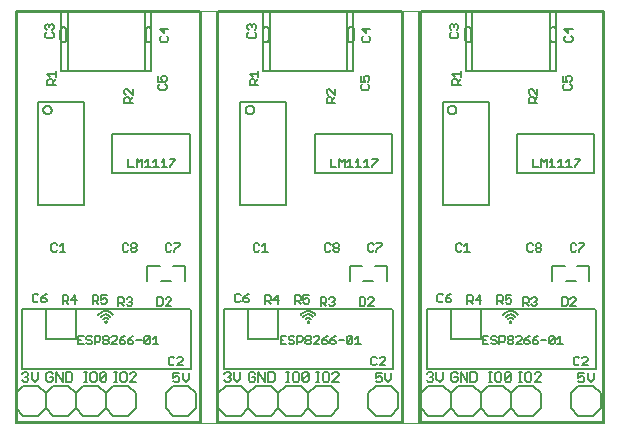
<source format=gto>
G75*
G70*
%OFA0B0*%
%FSLAX25Y25*%
%IPPOS*%
%LPD*%
%AMOC8*
5,1,8,0,0,1.08239X$1,22.5*
%
%ADD84C,0.00800*%
X0010000Y0010000D02*
G75*
%LPD*%
D84*
X0010000Y0010000D02*
X0010000Y0147460D01*
X0071200Y0147460D01*
X0071200Y0010000D01*
X0010000Y0010000D01*
X0024840Y0138050D02*
X0024840Y0141200D01*
X0024850Y0141200D02*
X0024860Y0141370D01*
X0024910Y0141540D01*
X0024980Y0141690D01*
X0025080Y0141830D01*
X0025200Y0141950D01*
X0025340Y0142050D01*
X0025490Y0142120D01*
X0025660Y0142170D01*
X0025830Y0142180D01*
X0026000Y0142170D01*
X0026170Y0142120D01*
X0026320Y0142050D01*
X0026460Y0141950D01*
X0026580Y0141830D01*
X0026680Y0141690D01*
X0026750Y0141540D01*
X0026800Y0141370D01*
X0026810Y0141200D01*
X0026810Y0138050D01*
X0025830Y0137070D02*
X0025660Y0137080D01*
X0025490Y0137130D01*
X0025340Y0137200D01*
X0025200Y0137300D01*
X0025080Y0137420D01*
X0024980Y0137560D01*
X0024910Y0137710D01*
X0024860Y0137880D01*
X0024850Y0138050D01*
X0025830Y0137070D02*
X0026000Y0137080D01*
X0026170Y0137130D01*
X0026320Y0137200D01*
X0026460Y0137300D01*
X0026580Y0137420D01*
X0026680Y0137560D01*
X0026750Y0137710D01*
X0026800Y0137880D01*
X0026810Y0138050D01*
X0053190Y0138050D02*
X0053190Y0141200D01*
X0053200Y0141370D01*
X0053250Y0141540D01*
X0053320Y0141690D01*
X0053420Y0141830D01*
X0053540Y0141950D01*
X0053680Y0142050D01*
X0053830Y0142120D01*
X0054000Y0142170D01*
X0054170Y0142180D01*
X0054340Y0142170D01*
X0054510Y0142120D01*
X0054660Y0142050D01*
X0054800Y0141950D01*
X0054920Y0141830D01*
X0055020Y0141690D01*
X0055090Y0141540D01*
X0055140Y0141370D01*
X0055150Y0141200D01*
X0055160Y0141200D02*
X0055160Y0138050D01*
X0054170Y0137070D02*
X0054000Y0137080D01*
X0053830Y0137130D01*
X0053680Y0137200D01*
X0053540Y0137300D01*
X0053420Y0137420D01*
X0053320Y0137560D01*
X0053250Y0137710D01*
X0053200Y0137880D01*
X0053190Y0138050D01*
X0054170Y0137070D02*
X0054340Y0137080D01*
X0054510Y0137130D01*
X0054660Y0137200D01*
X0054800Y0137300D01*
X0054920Y0137420D01*
X0055020Y0137560D01*
X0055090Y0137710D01*
X0055140Y0137880D01*
X0055150Y0138050D01*
D84*
X0049620Y0027100D02*
X0048560Y0027100D01*
X0048020Y0026570D01*
X0046930Y0026570D02*
X0046930Y0024430D01*
X0046400Y0023900D01*
X0045330Y0023900D01*
X0044800Y0024430D01*
X0044800Y0026570D01*
X0045330Y0027100D01*
X0046400Y0027100D01*
X0046930Y0026570D01*
X0048020Y0023900D02*
X0050160Y0026040D01*
X0050160Y0026570D01*
X0049620Y0027100D01*
X0050160Y0023900D02*
X0048020Y0023900D01*
X0043720Y0023900D02*
X0042650Y0023900D01*
X0043180Y0023900D02*
X0043180Y0027100D01*
X0042650Y0027100D02*
X0043720Y0027100D01*
X0040160Y0026570D02*
X0040160Y0024430D01*
X0039620Y0023900D01*
X0038560Y0023900D01*
X0038020Y0024430D01*
X0040160Y0026570D01*
X0039620Y0027100D01*
X0038560Y0027100D01*
X0038020Y0026570D01*
X0038020Y0024430D01*
X0036930Y0024430D02*
X0036930Y0026570D01*
X0036400Y0027100D01*
X0035330Y0027100D01*
X0034800Y0026570D01*
X0034800Y0024430D01*
X0035330Y0023900D01*
X0036400Y0023900D01*
X0036930Y0024430D01*
X0033720Y0023900D02*
X0032650Y0023900D01*
X0033180Y0023900D02*
X0033180Y0027100D01*
X0032650Y0027100D02*
X0033720Y0027100D01*
X0028730Y0026570D02*
X0028730Y0024430D01*
X0028200Y0023900D01*
X0026600Y0023900D01*
X0026600Y0027100D01*
X0028200Y0027100D01*
X0028730Y0026570D01*
X0025510Y0027100D02*
X0025510Y0023900D01*
X0023370Y0027100D01*
X0023370Y0023900D01*
X0022290Y0024430D02*
X0022290Y0025500D01*
X0021220Y0025500D01*
X0022290Y0024430D02*
X0021750Y0023900D01*
X0020680Y0023900D01*
X0020150Y0024430D01*
X0020150Y0026570D01*
X0020680Y0027100D01*
X0021750Y0027100D01*
X0022290Y0026570D01*
X0017380Y0027100D02*
X0017380Y0024970D01*
X0016320Y0023900D01*
X0015250Y0024970D01*
X0015250Y0027100D01*
X0014160Y0026570D02*
X0014160Y0026040D01*
X0013630Y0025500D01*
X0014160Y0024970D01*
X0014160Y0024430D01*
X0013630Y0023900D01*
X0012560Y0023900D01*
X0012030Y0024430D01*
X0013090Y0025500D02*
X0013630Y0025500D01*
X0014160Y0026570D02*
X0013630Y0027100D01*
X0012560Y0027100D01*
X0012030Y0026570D01*
D84*
X0016040Y0050350D02*
X0016980Y0050350D01*
X0017440Y0050820D01*
X0018340Y0050820D02*
X0018340Y0051750D01*
X0019740Y0051750D01*
X0020210Y0051280D01*
X0020210Y0050820D01*
X0019740Y0050350D01*
X0018800Y0050350D01*
X0018340Y0050820D01*
X0018340Y0051750D02*
X0019270Y0052690D01*
X0020210Y0053150D01*
X0017440Y0052690D02*
X0016980Y0053150D01*
X0016040Y0053150D01*
X0015580Y0052690D01*
X0015580Y0050820D01*
X0016040Y0050350D01*
X0022290Y0067230D02*
X0023230Y0067230D01*
X0023690Y0067690D01*
X0024590Y0067230D02*
X0026460Y0067230D01*
X0025520Y0067230D02*
X0025520Y0070030D01*
X0024590Y0069090D01*
X0023690Y0069560D02*
X0023230Y0070030D01*
X0022290Y0070030D01*
X0021830Y0069560D01*
X0021830Y0067690D01*
X0022290Y0067230D01*
X0025580Y0052650D02*
X0026980Y0052650D01*
X0027440Y0052190D01*
X0027440Y0051250D01*
X0026980Y0050780D01*
X0025580Y0050780D01*
X0026510Y0050780D02*
X0027440Y0049850D01*
X0028340Y0051250D02*
X0030210Y0051250D01*
X0029740Y0049850D02*
X0029740Y0052650D01*
X0028340Y0051250D01*
X0025580Y0049850D02*
X0025580Y0052650D01*
X0030730Y0039150D02*
X0030730Y0036350D01*
X0032590Y0036350D01*
X0033490Y0036820D02*
X0033950Y0036350D01*
X0034890Y0036350D01*
X0035360Y0036820D01*
X0035360Y0037280D01*
X0034890Y0037750D01*
X0033950Y0037750D01*
X0033490Y0038220D01*
X0033490Y0038690D01*
X0033950Y0039150D01*
X0034890Y0039150D01*
X0035360Y0038690D01*
X0036250Y0039150D02*
X0037650Y0039150D01*
X0038120Y0038690D01*
X0038120Y0037750D01*
X0037650Y0037280D01*
X0036250Y0037280D01*
X0036250Y0036350D02*
X0036250Y0039150D01*
X0039010Y0038690D02*
X0039010Y0038220D01*
X0039480Y0037750D01*
X0040410Y0037750D01*
X0040880Y0037280D01*
X0040880Y0036820D01*
X0040410Y0036350D01*
X0039480Y0036350D01*
X0039010Y0036820D01*
X0039010Y0037280D01*
X0039480Y0037750D01*
X0040410Y0037750D02*
X0040880Y0038220D01*
X0040880Y0038690D01*
X0040410Y0039150D01*
X0039480Y0039150D01*
X0039010Y0038690D01*
X0041770Y0038690D02*
X0042240Y0039150D01*
X0043180Y0039150D01*
X0043640Y0038690D01*
X0043640Y0038220D01*
X0041770Y0036350D01*
X0043640Y0036350D01*
X0044540Y0036820D02*
X0044540Y0037750D01*
X0045940Y0037750D01*
X0046410Y0037280D01*
X0046410Y0036820D01*
X0045940Y0036350D01*
X0045000Y0036350D01*
X0044540Y0036820D01*
X0044540Y0037750D02*
X0045470Y0038690D01*
X0046410Y0039150D01*
X0047300Y0037750D02*
X0048700Y0037750D01*
X0049170Y0037280D01*
X0049170Y0036820D01*
X0048700Y0036350D01*
X0047770Y0036350D01*
X0047300Y0036820D01*
X0047300Y0037750D01*
X0048230Y0038690D01*
X0049170Y0039150D01*
X0050060Y0037750D02*
X0051930Y0037750D01*
X0052820Y0036820D02*
X0054690Y0038690D01*
X0054690Y0036820D01*
X0054230Y0036350D01*
X0053290Y0036350D01*
X0052820Y0036820D01*
X0052820Y0038690D01*
X0053290Y0039150D01*
X0054230Y0039150D01*
X0054690Y0038690D01*
X0055590Y0038220D02*
X0056520Y0039150D01*
X0056520Y0036350D01*
X0055590Y0036350D02*
X0057450Y0036350D01*
X0061440Y0032150D02*
X0060980Y0031690D01*
X0060980Y0029820D01*
X0061440Y0029350D01*
X0062380Y0029350D01*
X0062840Y0029820D01*
X0063740Y0029350D02*
X0065610Y0031220D01*
X0065610Y0031690D01*
X0065140Y0032150D01*
X0064200Y0032150D01*
X0063740Y0031690D01*
X0062840Y0031690D02*
X0062380Y0032150D01*
X0061440Y0032150D01*
X0063740Y0029350D02*
X0065610Y0029350D01*
X0061730Y0049230D02*
X0059860Y0049230D01*
X0061730Y0051090D01*
X0061730Y0051560D01*
X0061260Y0052030D01*
X0060330Y0052030D01*
X0059860Y0051560D01*
X0058970Y0051560D02*
X0058970Y0049690D01*
X0058500Y0049230D01*
X0057100Y0049230D01*
X0057100Y0052030D01*
X0058500Y0052030D01*
X0058970Y0051560D01*
X0060420Y0067230D02*
X0061350Y0067230D01*
X0061820Y0067690D01*
X0062710Y0067690D02*
X0062710Y0067230D01*
X0062710Y0067690D02*
X0064580Y0069560D01*
X0064580Y0070030D01*
X0062710Y0070030D01*
X0061820Y0069560D02*
X0061350Y0070030D01*
X0060420Y0070030D01*
X0059950Y0069560D01*
X0059950Y0067690D01*
X0060420Y0067230D01*
X0050210Y0067690D02*
X0049740Y0067230D01*
X0048800Y0067230D01*
X0048340Y0067690D01*
X0048340Y0068160D01*
X0048800Y0068630D01*
X0049740Y0068630D01*
X0050210Y0068160D01*
X0050210Y0067690D01*
X0049740Y0068630D02*
X0050210Y0069090D01*
X0050210Y0069560D01*
X0049740Y0070030D01*
X0048800Y0070030D01*
X0048340Y0069560D01*
X0048340Y0069090D01*
X0048800Y0068630D01*
X0047440Y0069560D02*
X0046980Y0070030D01*
X0046040Y0070030D01*
X0045580Y0069560D01*
X0045580Y0067690D01*
X0046040Y0067230D01*
X0046980Y0067230D01*
X0047440Y0067690D01*
X0047330Y0052030D02*
X0048260Y0052030D01*
X0048730Y0051560D01*
X0048730Y0051090D01*
X0048260Y0050630D01*
X0048730Y0050160D01*
X0048730Y0049690D01*
X0048260Y0049230D01*
X0047330Y0049230D01*
X0046860Y0049690D01*
X0045970Y0049230D02*
X0045030Y0050160D01*
X0045500Y0050160D02*
X0045970Y0050630D01*
X0045970Y0051560D01*
X0045500Y0052030D01*
X0044100Y0052030D01*
X0044100Y0049230D01*
X0044100Y0050160D02*
X0045500Y0050160D01*
X0046860Y0051560D02*
X0047330Y0052030D01*
X0047800Y0050630D02*
X0048260Y0050630D01*
X0040210Y0050320D02*
X0039740Y0049850D01*
X0038800Y0049850D01*
X0038340Y0050320D01*
X0038340Y0051250D02*
X0039270Y0051720D01*
X0039740Y0051720D01*
X0040210Y0051250D01*
X0040210Y0050320D01*
X0040210Y0052650D02*
X0038340Y0052650D01*
X0038340Y0051250D01*
X0037440Y0051250D02*
X0037440Y0052190D01*
X0036980Y0052650D01*
X0035580Y0052650D01*
X0035580Y0049850D01*
X0035580Y0050780D02*
X0036980Y0050780D01*
X0037440Y0051250D01*
X0036510Y0050780D02*
X0037440Y0049850D01*
X0032590Y0039150D02*
X0030730Y0039150D01*
X0030730Y0037750D02*
X0031660Y0037750D01*
X0047480Y0095350D02*
X0049340Y0095350D01*
X0050240Y0095350D02*
X0050240Y0098150D01*
X0051170Y0097220D01*
X0052110Y0098150D01*
X0052110Y0095350D01*
X0053000Y0095350D02*
X0054870Y0095350D01*
X0055760Y0095350D02*
X0057630Y0095350D01*
X0058520Y0095350D02*
X0060390Y0095350D01*
X0061290Y0095350D02*
X0061290Y0095820D01*
X0063160Y0097690D01*
X0063160Y0098150D01*
X0061290Y0098150D01*
X0059460Y0098150D02*
X0059460Y0095350D01*
X0058520Y0097220D02*
X0059460Y0098150D01*
X0056700Y0098150D02*
X0056700Y0095350D01*
X0055760Y0097220D02*
X0056700Y0098150D01*
X0053930Y0098150D02*
X0053930Y0095350D01*
X0053000Y0097220D02*
X0053930Y0098150D01*
X0047480Y0098150D02*
X0047480Y0095350D01*
X0047970Y0116830D02*
X0047970Y0118230D01*
X0047500Y0118690D01*
X0046560Y0118690D01*
X0046100Y0118230D01*
X0046100Y0116830D01*
X0048900Y0116830D01*
X0047970Y0117760D02*
X0048900Y0118690D01*
X0048900Y0119590D02*
X0047030Y0121460D01*
X0046560Y0121460D01*
X0046100Y0120990D01*
X0046100Y0120050D01*
X0046560Y0119590D01*
X0048900Y0119590D02*
X0048900Y0121460D01*
X0057470Y0121670D02*
X0057940Y0121200D01*
X0059810Y0121200D01*
X0060280Y0121670D01*
X0060280Y0122600D01*
X0059810Y0123070D01*
X0059810Y0123960D02*
X0060280Y0124430D01*
X0060280Y0125360D01*
X0059810Y0125830D01*
X0058870Y0125830D01*
X0058410Y0125360D01*
X0058410Y0124900D01*
X0058870Y0123960D01*
X0057470Y0123960D01*
X0057470Y0125830D01*
X0057940Y0123070D02*
X0057470Y0122600D01*
X0057470Y0121670D01*
X0058310Y0137230D02*
X0060180Y0137230D01*
X0060650Y0137690D01*
X0060650Y0138630D01*
X0060180Y0139090D01*
X0059250Y0139990D02*
X0059250Y0141860D01*
X0060650Y0141390D02*
X0057850Y0141390D01*
X0059250Y0139990D01*
X0058310Y0139090D02*
X0057850Y0138630D01*
X0057850Y0137690D01*
X0058310Y0137230D01*
X0023280Y0127480D02*
X0023280Y0125610D01*
X0023280Y0124720D02*
X0022340Y0123780D01*
X0022340Y0124250D02*
X0022340Y0122850D01*
X0023280Y0122850D02*
X0020470Y0122850D01*
X0020470Y0124250D01*
X0020940Y0124720D01*
X0021870Y0124720D01*
X0022340Y0124250D01*
X0021410Y0125610D02*
X0020470Y0126550D01*
X0023280Y0126550D01*
X0022060Y0138480D02*
X0020190Y0138480D01*
X0019720Y0138940D01*
X0019720Y0139880D01*
X0020190Y0140340D01*
X0020190Y0141240D02*
X0019720Y0141700D01*
X0019720Y0142640D01*
X0020190Y0143110D01*
X0020660Y0143110D01*
X0021120Y0142640D01*
X0021590Y0143110D01*
X0022060Y0143110D01*
X0022530Y0142640D01*
X0022530Y0141700D01*
X0022060Y0141240D01*
X0022060Y0140340D02*
X0022530Y0139880D01*
X0022530Y0138940D01*
X0022060Y0138480D01*
X0021120Y0142170D02*
X0021120Y0142640D01*
D84*
X0017300Y0117050D02*
X0032700Y0117050D01*
X0032700Y0082950D01*
X0017300Y0082950D01*
X0017300Y0117050D01*
X0019090Y0114500D02*
X0019110Y0114730D01*
X0019170Y0114960D01*
X0019260Y0115170D01*
X0019390Y0115370D01*
X0019550Y0115540D01*
X0019730Y0115680D01*
X0019930Y0115790D01*
X0020150Y0115870D01*
X0020380Y0115910D01*
X0020620Y0115910D01*
X0020850Y0115870D01*
X0021070Y0115790D01*
X0021270Y0115680D01*
X0021450Y0115540D01*
X0021610Y0115370D01*
X0021740Y0115170D01*
X0021830Y0114960D01*
X0021890Y0114730D01*
X0021910Y0114500D01*
X0021890Y0114270D01*
X0021830Y0114040D01*
X0021740Y0113830D01*
X0021610Y0113630D01*
X0021450Y0113460D01*
X0021270Y0113320D01*
X0021070Y0113210D01*
X0020850Y0113130D01*
X0020620Y0113090D01*
X0020380Y0113090D01*
X0020150Y0113130D01*
X0019930Y0113210D01*
X0019730Y0113320D01*
X0019550Y0113460D01*
X0019390Y0113630D01*
X0019260Y0113830D01*
X0019170Y0114040D01*
X0019110Y0114270D01*
X0019090Y0114500D01*
X0042100Y0106500D02*
X0042100Y0093500D01*
X0067900Y0093500D01*
X0067900Y0106500D01*
X0042100Y0106500D01*
D84*
X0052990Y0127420D02*
X0052990Y0147460D01*
X0052990Y0147500D02*
X0054960Y0147460D02*
X0054960Y0127420D01*
X0052990Y0127420D01*
X0027200Y0127420D01*
X0027200Y0147460D01*
X0027200Y0147500D02*
X0025040Y0147460D02*
X0025040Y0127420D01*
X0027200Y0127420D01*
X0030000Y0048130D02*
X0020000Y0048130D01*
X0020000Y0038130D01*
X0030000Y0038130D01*
X0030000Y0048130D01*
X0068000Y0048130D01*
X0068350Y0047960D02*
X0068350Y0028190D01*
X0012050Y0028190D01*
X0012050Y0047960D01*
X0012000Y0048130D02*
X0020000Y0048130D01*
X0037500Y0046230D02*
X0037700Y0046480D01*
X0037940Y0046720D01*
X0038190Y0046930D01*
X0038470Y0047100D01*
X0038770Y0047250D01*
X0039080Y0047350D01*
X0039410Y0047430D01*
X0039730Y0047470D01*
X0040070Y0047470D01*
X0040390Y0047430D01*
X0040720Y0047350D01*
X0041030Y0047250D01*
X0041330Y0047100D01*
X0041610Y0046930D01*
X0041860Y0046720D01*
X0042100Y0046480D01*
X0042300Y0046230D01*
X0041500Y0045530D02*
X0041330Y0045740D01*
X0041140Y0045920D01*
X0040920Y0046070D01*
X0040680Y0046200D01*
X0040430Y0046290D01*
X0040170Y0046340D01*
X0039900Y0046360D01*
X0039630Y0046340D01*
X0039370Y0046290D01*
X0039120Y0046200D01*
X0038880Y0046070D01*
X0038660Y0045920D01*
X0038470Y0045740D01*
X0038300Y0045530D01*
X0039100Y0044820D02*
X0039220Y0044960D01*
X0039360Y0045070D01*
X0039510Y0045160D01*
X0039680Y0045220D01*
X0039860Y0045260D01*
X0040040Y0045260D01*
X0040220Y0045220D01*
X0040390Y0045160D01*
X0040540Y0045070D01*
X0040680Y0044960D01*
X0040800Y0044820D01*
X0039780Y0043830D02*
X0039800Y0043920D01*
X0039850Y0043990D01*
X0039930Y0044040D01*
X0040020Y0044050D01*
X0040110Y0044020D01*
X0040180Y0043960D01*
X0040220Y0043880D01*
X0040220Y0043780D01*
X0040180Y0043700D01*
X0040110Y0043640D01*
X0040020Y0043610D01*
X0039930Y0043620D01*
X0039850Y0043670D01*
X0039800Y0043740D01*
X0039780Y0043830D01*
D84*
X0037500Y0022500D02*
X0032500Y0022500D01*
X0030000Y0020000D01*
X0030000Y0015000D01*
X0027500Y0012500D01*
X0022500Y0012500D01*
X0020000Y0015000D01*
X0017500Y0012500D01*
X0012500Y0012500D01*
X0010000Y0015000D01*
X0010000Y0020000D01*
X0012500Y0022500D01*
X0017500Y0022500D01*
X0020000Y0020000D01*
X0022500Y0022500D01*
X0027500Y0022500D01*
X0030000Y0020000D01*
X0030000Y0015000D02*
X0032500Y0012500D01*
X0037500Y0012500D01*
X0040000Y0015000D01*
X0042500Y0012500D01*
X0047500Y0012500D01*
X0050000Y0015000D01*
X0050000Y0020000D01*
X0047500Y0022500D01*
X0042500Y0022500D01*
X0040000Y0020000D01*
X0040000Y0015000D01*
X0040000Y0020000D02*
X0037500Y0022500D01*
X0020000Y0020000D02*
X0020000Y0015000D01*
X0053810Y0057430D02*
X0053810Y0062600D01*
X0057980Y0062600D01*
X0058280Y0057400D02*
X0061660Y0057400D01*
X0062220Y0062600D02*
X0066190Y0062600D01*
X0066190Y0057430D01*
X0067500Y0022500D02*
X0062500Y0022500D01*
X0060000Y0020000D01*
X0060000Y0015000D01*
X0062500Y0012500D01*
X0067500Y0012500D01*
X0070000Y0015000D01*
X0070000Y0020000D01*
X0067500Y0022500D01*
D84*
X0066660Y0023650D02*
X0067690Y0024680D01*
X0067690Y0026750D01*
X0065620Y0024680D02*
X0066660Y0023650D01*
X0065620Y0024680D02*
X0065620Y0026750D01*
X0064470Y0026750D02*
X0062400Y0026750D01*
X0062400Y0025200D01*
X0063430Y0025720D01*
X0063950Y0025720D01*
X0064470Y0025200D01*
X0064470Y0024170D01*
X0063950Y0023650D01*
X0062920Y0023650D01*
X0062400Y0024170D01*
D84*
X0010400Y0010400D02*
X0010400Y0147060D01*
X0010400Y0147060D02*
X0071600Y0147060D01*
X0071600Y0147060D02*
X0071600Y0010400D01*
X0010400Y0010400D01*
X0077450Y0010000D02*
G75*
%LPD*%
D84*
X0077450Y0010000D02*
X0077450Y0147460D01*
X0138650Y0147460D01*
X0138650Y0010000D01*
X0077450Y0010000D01*
X0092290Y0138050D02*
X0092290Y0141200D01*
X0092300Y0141200D02*
X0092310Y0141370D01*
X0092360Y0141540D01*
X0092430Y0141690D01*
X0092530Y0141830D01*
X0092650Y0141950D01*
X0092790Y0142050D01*
X0092940Y0142120D01*
X0093110Y0142170D01*
X0093280Y0142180D01*
X0093450Y0142170D01*
X0093620Y0142120D01*
X0093770Y0142050D01*
X0093910Y0141950D01*
X0094030Y0141830D01*
X0094130Y0141690D01*
X0094200Y0141540D01*
X0094250Y0141370D01*
X0094260Y0141200D01*
X0094260Y0138050D01*
X0093280Y0137070D02*
X0093110Y0137080D01*
X0092940Y0137130D01*
X0092790Y0137200D01*
X0092650Y0137300D01*
X0092530Y0137420D01*
X0092430Y0137560D01*
X0092360Y0137710D01*
X0092310Y0137880D01*
X0092300Y0138050D01*
X0093280Y0137070D02*
X0093450Y0137080D01*
X0093620Y0137130D01*
X0093770Y0137200D01*
X0093910Y0137300D01*
X0094030Y0137420D01*
X0094130Y0137560D01*
X0094200Y0137710D01*
X0094250Y0137880D01*
X0094260Y0138050D01*
X0120640Y0138050D02*
X0120640Y0141200D01*
X0120650Y0141370D01*
X0120700Y0141540D01*
X0120770Y0141690D01*
X0120870Y0141830D01*
X0120990Y0141950D01*
X0121130Y0142050D01*
X0121280Y0142120D01*
X0121450Y0142170D01*
X0121620Y0142180D01*
X0121790Y0142170D01*
X0121960Y0142120D01*
X0122110Y0142050D01*
X0122250Y0141950D01*
X0122370Y0141830D01*
X0122470Y0141690D01*
X0122540Y0141540D01*
X0122590Y0141370D01*
X0122600Y0141200D01*
X0122610Y0141200D02*
X0122610Y0138050D01*
X0121620Y0137070D02*
X0121450Y0137080D01*
X0121280Y0137130D01*
X0121130Y0137200D01*
X0120990Y0137300D01*
X0120870Y0137420D01*
X0120770Y0137560D01*
X0120700Y0137710D01*
X0120650Y0137880D01*
X0120640Y0138050D01*
X0121620Y0137070D02*
X0121790Y0137080D01*
X0121960Y0137130D01*
X0122110Y0137200D01*
X0122250Y0137300D01*
X0122370Y0137420D01*
X0122470Y0137560D01*
X0122540Y0137710D01*
X0122590Y0137880D01*
X0122600Y0138050D01*
D84*
X0117070Y0027100D02*
X0116010Y0027100D01*
X0115470Y0026570D01*
X0114380Y0026570D02*
X0114380Y0024430D01*
X0113850Y0023900D01*
X0112780Y0023900D01*
X0112250Y0024430D01*
X0112250Y0026570D01*
X0112780Y0027100D01*
X0113850Y0027100D01*
X0114380Y0026570D01*
X0115470Y0023900D02*
X0117610Y0026040D01*
X0117610Y0026570D01*
X0117070Y0027100D01*
X0117610Y0023900D02*
X0115470Y0023900D01*
X0111170Y0023900D02*
X0110100Y0023900D01*
X0110630Y0023900D02*
X0110630Y0027100D01*
X0110100Y0027100D02*
X0111170Y0027100D01*
X0107610Y0026570D02*
X0107610Y0024430D01*
X0107070Y0023900D01*
X0106010Y0023900D01*
X0105470Y0024430D01*
X0107610Y0026570D01*
X0107070Y0027100D01*
X0106010Y0027100D01*
X0105470Y0026570D01*
X0105470Y0024430D01*
X0104380Y0024430D02*
X0104380Y0026570D01*
X0103850Y0027100D01*
X0102780Y0027100D01*
X0102250Y0026570D01*
X0102250Y0024430D01*
X0102780Y0023900D01*
X0103850Y0023900D01*
X0104380Y0024430D01*
X0101170Y0023900D02*
X0100100Y0023900D01*
X0100630Y0023900D02*
X0100630Y0027100D01*
X0100100Y0027100D02*
X0101170Y0027100D01*
X0096180Y0026570D02*
X0096180Y0024430D01*
X0095650Y0023900D01*
X0094050Y0023900D01*
X0094050Y0027100D01*
X0095650Y0027100D01*
X0096180Y0026570D01*
X0092960Y0027100D02*
X0092960Y0023900D01*
X0090820Y0027100D01*
X0090820Y0023900D01*
X0089740Y0024430D02*
X0089740Y0025500D01*
X0088670Y0025500D01*
X0089740Y0024430D02*
X0089200Y0023900D01*
X0088130Y0023900D01*
X0087600Y0024430D01*
X0087600Y0026570D01*
X0088130Y0027100D01*
X0089200Y0027100D01*
X0089740Y0026570D01*
X0084830Y0027100D02*
X0084830Y0024970D01*
X0083770Y0023900D01*
X0082700Y0024970D01*
X0082700Y0027100D01*
X0081610Y0026570D02*
X0081610Y0026040D01*
X0081080Y0025500D01*
X0081610Y0024970D01*
X0081610Y0024430D01*
X0081080Y0023900D01*
X0080010Y0023900D01*
X0079480Y0024430D01*
X0080540Y0025500D02*
X0081080Y0025500D01*
X0081610Y0026570D02*
X0081080Y0027100D01*
X0080010Y0027100D01*
X0079480Y0026570D01*
D84*
X0083490Y0050350D02*
X0084430Y0050350D01*
X0084890Y0050820D01*
X0085790Y0050820D02*
X0085790Y0051750D01*
X0087190Y0051750D01*
X0087660Y0051280D01*
X0087660Y0050820D01*
X0087190Y0050350D01*
X0086250Y0050350D01*
X0085790Y0050820D01*
X0085790Y0051750D02*
X0086720Y0052690D01*
X0087660Y0053150D01*
X0084890Y0052690D02*
X0084430Y0053150D01*
X0083490Y0053150D01*
X0083030Y0052690D01*
X0083030Y0050820D01*
X0083490Y0050350D01*
X0089740Y0067230D02*
X0090680Y0067230D01*
X0091140Y0067690D01*
X0092040Y0067230D02*
X0093910Y0067230D01*
X0092970Y0067230D02*
X0092970Y0070030D01*
X0092040Y0069090D01*
X0091140Y0069560D02*
X0090680Y0070030D01*
X0089740Y0070030D01*
X0089280Y0069560D01*
X0089280Y0067690D01*
X0089740Y0067230D01*
X0093030Y0052650D02*
X0094430Y0052650D01*
X0094890Y0052190D01*
X0094890Y0051250D01*
X0094430Y0050780D01*
X0093030Y0050780D01*
X0093960Y0050780D02*
X0094890Y0049850D01*
X0095790Y0051250D02*
X0097660Y0051250D01*
X0097190Y0049850D02*
X0097190Y0052650D01*
X0095790Y0051250D01*
X0093030Y0049850D02*
X0093030Y0052650D01*
X0098180Y0039150D02*
X0098180Y0036350D01*
X0100040Y0036350D01*
X0100940Y0036820D02*
X0101400Y0036350D01*
X0102340Y0036350D01*
X0102810Y0036820D01*
X0102810Y0037280D01*
X0102340Y0037750D01*
X0101400Y0037750D01*
X0100940Y0038220D01*
X0100940Y0038690D01*
X0101400Y0039150D01*
X0102340Y0039150D01*
X0102810Y0038690D01*
X0103700Y0039150D02*
X0105100Y0039150D01*
X0105570Y0038690D01*
X0105570Y0037750D01*
X0105100Y0037280D01*
X0103700Y0037280D01*
X0103700Y0036350D02*
X0103700Y0039150D01*
X0106460Y0038690D02*
X0106460Y0038220D01*
X0106930Y0037750D01*
X0107860Y0037750D01*
X0108330Y0037280D01*
X0108330Y0036820D01*
X0107860Y0036350D01*
X0106930Y0036350D01*
X0106460Y0036820D01*
X0106460Y0037280D01*
X0106930Y0037750D01*
X0107860Y0037750D02*
X0108330Y0038220D01*
X0108330Y0038690D01*
X0107860Y0039150D01*
X0106930Y0039150D01*
X0106460Y0038690D01*
X0109220Y0038690D02*
X0109690Y0039150D01*
X0110630Y0039150D01*
X0111090Y0038690D01*
X0111090Y0038220D01*
X0109220Y0036350D01*
X0111090Y0036350D01*
X0111990Y0036820D02*
X0111990Y0037750D01*
X0113390Y0037750D01*
X0113860Y0037280D01*
X0113860Y0036820D01*
X0113390Y0036350D01*
X0112450Y0036350D01*
X0111990Y0036820D01*
X0111990Y0037750D02*
X0112920Y0038690D01*
X0113860Y0039150D01*
X0114750Y0037750D02*
X0116150Y0037750D01*
X0116620Y0037280D01*
X0116620Y0036820D01*
X0116150Y0036350D01*
X0115220Y0036350D01*
X0114750Y0036820D01*
X0114750Y0037750D01*
X0115680Y0038690D01*
X0116620Y0039150D01*
X0117510Y0037750D02*
X0119380Y0037750D01*
X0120270Y0036820D02*
X0122140Y0038690D01*
X0122140Y0036820D01*
X0121680Y0036350D01*
X0120740Y0036350D01*
X0120270Y0036820D01*
X0120270Y0038690D01*
X0120740Y0039150D01*
X0121680Y0039150D01*
X0122140Y0038690D01*
X0123040Y0038220D02*
X0123970Y0039150D01*
X0123970Y0036350D01*
X0123040Y0036350D02*
X0124900Y0036350D01*
X0128890Y0032150D02*
X0128430Y0031690D01*
X0128430Y0029820D01*
X0128890Y0029350D01*
X0129830Y0029350D01*
X0130290Y0029820D01*
X0131190Y0029350D02*
X0133060Y0031220D01*
X0133060Y0031690D01*
X0132590Y0032150D01*
X0131650Y0032150D01*
X0131190Y0031690D01*
X0130290Y0031690D02*
X0129830Y0032150D01*
X0128890Y0032150D01*
X0131190Y0029350D02*
X0133060Y0029350D01*
X0129180Y0049230D02*
X0127310Y0049230D01*
X0129180Y0051090D01*
X0129180Y0051560D01*
X0128710Y0052030D01*
X0127780Y0052030D01*
X0127310Y0051560D01*
X0126420Y0051560D02*
X0126420Y0049690D01*
X0125950Y0049230D01*
X0124550Y0049230D01*
X0124550Y0052030D01*
X0125950Y0052030D01*
X0126420Y0051560D01*
X0127870Y0067230D02*
X0128800Y0067230D01*
X0129270Y0067690D01*
X0130160Y0067690D02*
X0130160Y0067230D01*
X0130160Y0067690D02*
X0132030Y0069560D01*
X0132030Y0070030D01*
X0130160Y0070030D01*
X0129270Y0069560D02*
X0128800Y0070030D01*
X0127870Y0070030D01*
X0127400Y0069560D01*
X0127400Y0067690D01*
X0127870Y0067230D01*
X0117660Y0067690D02*
X0117190Y0067230D01*
X0116250Y0067230D01*
X0115790Y0067690D01*
X0115790Y0068160D01*
X0116250Y0068630D01*
X0117190Y0068630D01*
X0117660Y0068160D01*
X0117660Y0067690D01*
X0117190Y0068630D02*
X0117660Y0069090D01*
X0117660Y0069560D01*
X0117190Y0070030D01*
X0116250Y0070030D01*
X0115790Y0069560D01*
X0115790Y0069090D01*
X0116250Y0068630D01*
X0114890Y0069560D02*
X0114430Y0070030D01*
X0113490Y0070030D01*
X0113030Y0069560D01*
X0113030Y0067690D01*
X0113490Y0067230D01*
X0114430Y0067230D01*
X0114890Y0067690D01*
X0114780Y0052030D02*
X0115710Y0052030D01*
X0116180Y0051560D01*
X0116180Y0051090D01*
X0115710Y0050630D01*
X0116180Y0050160D01*
X0116180Y0049690D01*
X0115710Y0049230D01*
X0114780Y0049230D01*
X0114310Y0049690D01*
X0113420Y0049230D02*
X0112480Y0050160D01*
X0112950Y0050160D02*
X0113420Y0050630D01*
X0113420Y0051560D01*
X0112950Y0052030D01*
X0111550Y0052030D01*
X0111550Y0049230D01*
X0111550Y0050160D02*
X0112950Y0050160D01*
X0114310Y0051560D02*
X0114780Y0052030D01*
X0115250Y0050630D02*
X0115710Y0050630D01*
X0107660Y0050320D02*
X0107190Y0049850D01*
X0106250Y0049850D01*
X0105790Y0050320D01*
X0105790Y0051250D02*
X0106720Y0051720D01*
X0107190Y0051720D01*
X0107660Y0051250D01*
X0107660Y0050320D01*
X0107660Y0052650D02*
X0105790Y0052650D01*
X0105790Y0051250D01*
X0104890Y0051250D02*
X0104890Y0052190D01*
X0104430Y0052650D01*
X0103030Y0052650D01*
X0103030Y0049850D01*
X0103030Y0050780D02*
X0104430Y0050780D01*
X0104890Y0051250D01*
X0103960Y0050780D02*
X0104890Y0049850D01*
X0100040Y0039150D02*
X0098180Y0039150D01*
X0098180Y0037750D02*
X0099110Y0037750D01*
X0114930Y0095350D02*
X0116790Y0095350D01*
X0117690Y0095350D02*
X0117690Y0098150D01*
X0118620Y0097220D01*
X0119560Y0098150D01*
X0119560Y0095350D01*
X0120450Y0095350D02*
X0122320Y0095350D01*
X0123210Y0095350D02*
X0125080Y0095350D01*
X0125970Y0095350D02*
X0127840Y0095350D01*
X0128740Y0095350D02*
X0128740Y0095820D01*
X0130610Y0097690D01*
X0130610Y0098150D01*
X0128740Y0098150D01*
X0126910Y0098150D02*
X0126910Y0095350D01*
X0125970Y0097220D02*
X0126910Y0098150D01*
X0124150Y0098150D02*
X0124150Y0095350D01*
X0123210Y0097220D02*
X0124150Y0098150D01*
X0121380Y0098150D02*
X0121380Y0095350D01*
X0120450Y0097220D02*
X0121380Y0098150D01*
X0114930Y0098150D02*
X0114930Y0095350D01*
X0115420Y0116830D02*
X0115420Y0118230D01*
X0114950Y0118690D01*
X0114010Y0118690D01*
X0113550Y0118230D01*
X0113550Y0116830D01*
X0116350Y0116830D01*
X0115420Y0117760D02*
X0116350Y0118690D01*
X0116350Y0119590D02*
X0114480Y0121460D01*
X0114010Y0121460D01*
X0113550Y0120990D01*
X0113550Y0120050D01*
X0114010Y0119590D01*
X0116350Y0119590D02*
X0116350Y0121460D01*
X0124920Y0121670D02*
X0125390Y0121200D01*
X0127260Y0121200D01*
X0127730Y0121670D01*
X0127730Y0122600D01*
X0127260Y0123070D01*
X0127260Y0123960D02*
X0127730Y0124430D01*
X0127730Y0125360D01*
X0127260Y0125830D01*
X0126320Y0125830D01*
X0125860Y0125360D01*
X0125860Y0124900D01*
X0126320Y0123960D01*
X0124920Y0123960D01*
X0124920Y0125830D01*
X0125390Y0123070D02*
X0124920Y0122600D01*
X0124920Y0121670D01*
X0125760Y0137230D02*
X0127630Y0137230D01*
X0128100Y0137690D01*
X0128100Y0138630D01*
X0127630Y0139090D01*
X0126700Y0139990D02*
X0126700Y0141860D01*
X0128100Y0141390D02*
X0125300Y0141390D01*
X0126700Y0139990D01*
X0125760Y0139090D02*
X0125300Y0138630D01*
X0125300Y0137690D01*
X0125760Y0137230D01*
X0090730Y0127480D02*
X0090730Y0125610D01*
X0090730Y0124720D02*
X0089790Y0123780D01*
X0089790Y0124250D02*
X0089790Y0122850D01*
X0090730Y0122850D02*
X0087920Y0122850D01*
X0087920Y0124250D01*
X0088390Y0124720D01*
X0089320Y0124720D01*
X0089790Y0124250D01*
X0088860Y0125610D02*
X0087920Y0126550D01*
X0090730Y0126550D01*
X0089510Y0138480D02*
X0087640Y0138480D01*
X0087170Y0138940D01*
X0087170Y0139880D01*
X0087640Y0140340D01*
X0087640Y0141240D02*
X0087170Y0141700D01*
X0087170Y0142640D01*
X0087640Y0143110D01*
X0088110Y0143110D01*
X0088570Y0142640D01*
X0089040Y0143110D01*
X0089510Y0143110D01*
X0089980Y0142640D01*
X0089980Y0141700D01*
X0089510Y0141240D01*
X0089510Y0140340D02*
X0089980Y0139880D01*
X0089980Y0138940D01*
X0089510Y0138480D01*
X0088570Y0142170D02*
X0088570Y0142640D01*
D84*
X0084750Y0117050D02*
X0100150Y0117050D01*
X0100150Y0082950D01*
X0084750Y0082950D01*
X0084750Y0117050D01*
X0086540Y0114500D02*
X0086560Y0114730D01*
X0086620Y0114960D01*
X0086710Y0115170D01*
X0086840Y0115370D01*
X0087000Y0115540D01*
X0087180Y0115680D01*
X0087380Y0115790D01*
X0087600Y0115870D01*
X0087830Y0115910D01*
X0088070Y0115910D01*
X0088300Y0115870D01*
X0088520Y0115790D01*
X0088720Y0115680D01*
X0088900Y0115540D01*
X0089060Y0115370D01*
X0089190Y0115170D01*
X0089280Y0114960D01*
X0089340Y0114730D01*
X0089360Y0114500D01*
X0089340Y0114270D01*
X0089280Y0114040D01*
X0089190Y0113830D01*
X0089060Y0113630D01*
X0088900Y0113460D01*
X0088720Y0113320D01*
X0088520Y0113210D01*
X0088300Y0113130D01*
X0088070Y0113090D01*
X0087830Y0113090D01*
X0087600Y0113130D01*
X0087380Y0113210D01*
X0087180Y0113320D01*
X0087000Y0113460D01*
X0086840Y0113630D01*
X0086710Y0113830D01*
X0086620Y0114040D01*
X0086560Y0114270D01*
X0086540Y0114500D01*
X0109550Y0106500D02*
X0109550Y0093500D01*
X0135350Y0093500D01*
X0135350Y0106500D01*
X0109550Y0106500D01*
D84*
X0120440Y0127420D02*
X0120440Y0147460D01*
X0120440Y0147500D02*
X0122410Y0147460D02*
X0122410Y0127420D01*
X0120440Y0127420D01*
X0094650Y0127420D01*
X0094650Y0147460D01*
X0094650Y0147500D02*
X0092490Y0147460D02*
X0092490Y0127420D01*
X0094650Y0127420D01*
X0097450Y0048130D02*
X0087450Y0048130D01*
X0087450Y0038130D01*
X0097450Y0038130D01*
X0097450Y0048130D01*
X0135450Y0048130D01*
X0135800Y0047960D02*
X0135800Y0028190D01*
X0079500Y0028190D01*
X0079500Y0047960D01*
X0079450Y0048130D02*
X0087450Y0048130D01*
X0104950Y0046230D02*
X0105150Y0046480D01*
X0105390Y0046720D01*
X0105640Y0046930D01*
X0105920Y0047100D01*
X0106220Y0047250D01*
X0106530Y0047350D01*
X0106860Y0047430D01*
X0107180Y0047470D01*
X0107520Y0047470D01*
X0107840Y0047430D01*
X0108170Y0047350D01*
X0108480Y0047250D01*
X0108780Y0047100D01*
X0109060Y0046930D01*
X0109310Y0046720D01*
X0109550Y0046480D01*
X0109750Y0046230D01*
X0108950Y0045530D02*
X0108780Y0045740D01*
X0108590Y0045920D01*
X0108370Y0046070D01*
X0108130Y0046200D01*
X0107880Y0046290D01*
X0107620Y0046340D01*
X0107350Y0046360D01*
X0107080Y0046340D01*
X0106820Y0046290D01*
X0106570Y0046200D01*
X0106330Y0046070D01*
X0106110Y0045920D01*
X0105920Y0045740D01*
X0105750Y0045530D01*
X0106550Y0044820D02*
X0106670Y0044960D01*
X0106810Y0045070D01*
X0106960Y0045160D01*
X0107130Y0045220D01*
X0107310Y0045260D01*
X0107490Y0045260D01*
X0107670Y0045220D01*
X0107840Y0045160D01*
X0107990Y0045070D01*
X0108130Y0044960D01*
X0108250Y0044820D01*
X0107230Y0043830D02*
X0107250Y0043920D01*
X0107300Y0043990D01*
X0107380Y0044040D01*
X0107470Y0044050D01*
X0107560Y0044020D01*
X0107630Y0043960D01*
X0107670Y0043880D01*
X0107670Y0043780D01*
X0107630Y0043700D01*
X0107560Y0043640D01*
X0107470Y0043610D01*
X0107380Y0043620D01*
X0107300Y0043670D01*
X0107250Y0043740D01*
X0107230Y0043830D01*
D84*
X0104950Y0022500D02*
X0099950Y0022500D01*
X0097450Y0020000D01*
X0097450Y0015000D01*
X0094950Y0012500D01*
X0089950Y0012500D01*
X0087450Y0015000D01*
X0084950Y0012500D01*
X0079950Y0012500D01*
X0077450Y0015000D01*
X0077450Y0020000D01*
X0079950Y0022500D01*
X0084950Y0022500D01*
X0087450Y0020000D01*
X0089950Y0022500D01*
X0094950Y0022500D01*
X0097450Y0020000D01*
X0097450Y0015000D02*
X0099950Y0012500D01*
X0104950Y0012500D01*
X0107450Y0015000D01*
X0109950Y0012500D01*
X0114950Y0012500D01*
X0117450Y0015000D01*
X0117450Y0020000D01*
X0114950Y0022500D01*
X0109950Y0022500D01*
X0107450Y0020000D01*
X0107450Y0015000D01*
X0107450Y0020000D02*
X0104950Y0022500D01*
X0087450Y0020000D02*
X0087450Y0015000D01*
X0121260Y0057430D02*
X0121260Y0062600D01*
X0125430Y0062600D01*
X0125730Y0057400D02*
X0129110Y0057400D01*
X0129670Y0062600D02*
X0133640Y0062600D01*
X0133640Y0057430D01*
X0134950Y0022500D02*
X0129950Y0022500D01*
X0127450Y0020000D01*
X0127450Y0015000D01*
X0129950Y0012500D01*
X0134950Y0012500D01*
X0137450Y0015000D01*
X0137450Y0020000D01*
X0134950Y0022500D01*
D84*
X0134110Y0023650D02*
X0135140Y0024680D01*
X0135140Y0026750D01*
X0133070Y0024680D02*
X0134110Y0023650D01*
X0133070Y0024680D02*
X0133070Y0026750D01*
X0131920Y0026750D02*
X0129850Y0026750D01*
X0129850Y0025200D01*
X0130880Y0025720D01*
X0131400Y0025720D01*
X0131920Y0025200D01*
X0131920Y0024170D01*
X0131400Y0023650D01*
X0130370Y0023650D01*
X0129850Y0024170D01*
D84*
X0077050Y0010400D02*
X0077050Y0147060D01*
X0139050Y0147060D01*
X0139050Y0147060D02*
X0139050Y0010400D01*
X0077050Y0010400D01*
X0144900Y0010000D02*
G75*
%LPD*%
D84*
X0144900Y0010000D02*
X0144900Y0147460D01*
X0206100Y0147460D01*
X0206100Y0010000D01*
X0144900Y0010000D01*
X0159740Y0138050D02*
X0159740Y0141200D01*
X0159750Y0141200D02*
X0159760Y0141370D01*
X0159810Y0141540D01*
X0159880Y0141690D01*
X0159980Y0141830D01*
X0160100Y0141950D01*
X0160240Y0142050D01*
X0160390Y0142120D01*
X0160560Y0142170D01*
X0160730Y0142180D01*
X0160900Y0142170D01*
X0161070Y0142120D01*
X0161220Y0142050D01*
X0161360Y0141950D01*
X0161480Y0141830D01*
X0161580Y0141690D01*
X0161650Y0141540D01*
X0161700Y0141370D01*
X0161710Y0141200D01*
X0161710Y0138050D01*
X0160730Y0137070D02*
X0160560Y0137080D01*
X0160390Y0137130D01*
X0160240Y0137200D01*
X0160100Y0137300D01*
X0159980Y0137420D01*
X0159880Y0137560D01*
X0159810Y0137710D01*
X0159760Y0137880D01*
X0159750Y0138050D01*
X0160730Y0137070D02*
X0160900Y0137080D01*
X0161070Y0137130D01*
X0161220Y0137200D01*
X0161360Y0137300D01*
X0161480Y0137420D01*
X0161580Y0137560D01*
X0161650Y0137710D01*
X0161700Y0137880D01*
X0161710Y0138050D01*
X0188090Y0138050D02*
X0188090Y0141200D01*
X0188100Y0141370D01*
X0188150Y0141540D01*
X0188220Y0141690D01*
X0188320Y0141830D01*
X0188440Y0141950D01*
X0188580Y0142050D01*
X0188730Y0142120D01*
X0188900Y0142170D01*
X0189070Y0142180D01*
X0189240Y0142170D01*
X0189410Y0142120D01*
X0189560Y0142050D01*
X0189700Y0141950D01*
X0189820Y0141830D01*
X0189920Y0141690D01*
X0189990Y0141540D01*
X0190040Y0141370D01*
X0190050Y0141200D01*
X0190060Y0141200D02*
X0190060Y0138050D01*
X0189070Y0137070D02*
X0188900Y0137080D01*
X0188730Y0137130D01*
X0188580Y0137200D01*
X0188440Y0137300D01*
X0188320Y0137420D01*
X0188220Y0137560D01*
X0188150Y0137710D01*
X0188100Y0137880D01*
X0188090Y0138050D01*
X0189070Y0137070D02*
X0189240Y0137080D01*
X0189410Y0137130D01*
X0189560Y0137200D01*
X0189700Y0137300D01*
X0189820Y0137420D01*
X0189920Y0137560D01*
X0189990Y0137710D01*
X0190040Y0137880D01*
X0190050Y0138050D01*
D84*
X0184520Y0027100D02*
X0183460Y0027100D01*
X0182920Y0026570D01*
X0181830Y0026570D02*
X0181830Y0024430D01*
X0181300Y0023900D01*
X0180230Y0023900D01*
X0179700Y0024430D01*
X0179700Y0026570D01*
X0180230Y0027100D01*
X0181300Y0027100D01*
X0181830Y0026570D01*
X0182920Y0023900D02*
X0185060Y0026040D01*
X0185060Y0026570D01*
X0184520Y0027100D01*
X0185060Y0023900D02*
X0182920Y0023900D01*
X0178620Y0023900D02*
X0177550Y0023900D01*
X0178080Y0023900D02*
X0178080Y0027100D01*
X0177550Y0027100D02*
X0178620Y0027100D01*
X0175060Y0026570D02*
X0175060Y0024430D01*
X0174520Y0023900D01*
X0173460Y0023900D01*
X0172920Y0024430D01*
X0175060Y0026570D01*
X0174520Y0027100D01*
X0173460Y0027100D01*
X0172920Y0026570D01*
X0172920Y0024430D01*
X0171830Y0024430D02*
X0171830Y0026570D01*
X0171300Y0027100D01*
X0170230Y0027100D01*
X0169700Y0026570D01*
X0169700Y0024430D01*
X0170230Y0023900D01*
X0171300Y0023900D01*
X0171830Y0024430D01*
X0168620Y0023900D02*
X0167550Y0023900D01*
X0168080Y0023900D02*
X0168080Y0027100D01*
X0167550Y0027100D02*
X0168620Y0027100D01*
X0163630Y0026570D02*
X0163630Y0024430D01*
X0163100Y0023900D01*
X0161500Y0023900D01*
X0161500Y0027100D01*
X0163100Y0027100D01*
X0163630Y0026570D01*
X0160410Y0027100D02*
X0160410Y0023900D01*
X0158270Y0027100D01*
X0158270Y0023900D01*
X0157190Y0024430D02*
X0157190Y0025500D01*
X0156120Y0025500D01*
X0157190Y0024430D02*
X0156650Y0023900D01*
X0155580Y0023900D01*
X0155050Y0024430D01*
X0155050Y0026570D01*
X0155580Y0027100D01*
X0156650Y0027100D01*
X0157190Y0026570D01*
X0152280Y0027100D02*
X0152280Y0024970D01*
X0151220Y0023900D01*
X0150150Y0024970D01*
X0150150Y0027100D01*
X0149060Y0026570D02*
X0149060Y0026040D01*
X0148530Y0025500D01*
X0149060Y0024970D01*
X0149060Y0024430D01*
X0148530Y0023900D01*
X0147460Y0023900D01*
X0146930Y0024430D01*
X0147990Y0025500D02*
X0148530Y0025500D01*
X0149060Y0026570D02*
X0148530Y0027100D01*
X0147460Y0027100D01*
X0146930Y0026570D01*
D84*
X0150940Y0050350D02*
X0151880Y0050350D01*
X0152340Y0050820D01*
X0153240Y0050820D02*
X0153240Y0051750D01*
X0154640Y0051750D01*
X0155110Y0051280D01*
X0155110Y0050820D01*
X0154640Y0050350D01*
X0153700Y0050350D01*
X0153240Y0050820D01*
X0153240Y0051750D02*
X0154170Y0052690D01*
X0155110Y0053150D01*
X0152340Y0052690D02*
X0151880Y0053150D01*
X0150940Y0053150D01*
X0150480Y0052690D01*
X0150480Y0050820D01*
X0150940Y0050350D01*
X0157190Y0067230D02*
X0158130Y0067230D01*
X0158590Y0067690D01*
X0159490Y0067230D02*
X0161360Y0067230D01*
X0160420Y0067230D02*
X0160420Y0070030D01*
X0159490Y0069090D01*
X0158590Y0069560D02*
X0158130Y0070030D01*
X0157190Y0070030D01*
X0156730Y0069560D01*
X0156730Y0067690D01*
X0157190Y0067230D01*
X0160480Y0052650D02*
X0161880Y0052650D01*
X0162340Y0052190D01*
X0162340Y0051250D01*
X0161880Y0050780D01*
X0160480Y0050780D01*
X0161410Y0050780D02*
X0162340Y0049850D01*
X0163240Y0051250D02*
X0165110Y0051250D01*
X0164640Y0049850D02*
X0164640Y0052650D01*
X0163240Y0051250D01*
X0160480Y0049850D02*
X0160480Y0052650D01*
X0165630Y0039150D02*
X0165630Y0036350D01*
X0167490Y0036350D01*
X0168390Y0036820D02*
X0168850Y0036350D01*
X0169790Y0036350D01*
X0170260Y0036820D01*
X0170260Y0037280D01*
X0169790Y0037750D01*
X0168850Y0037750D01*
X0168390Y0038220D01*
X0168390Y0038690D01*
X0168850Y0039150D01*
X0169790Y0039150D01*
X0170260Y0038690D01*
X0171150Y0039150D02*
X0172550Y0039150D01*
X0173020Y0038690D01*
X0173020Y0037750D01*
X0172550Y0037280D01*
X0171150Y0037280D01*
X0171150Y0036350D02*
X0171150Y0039150D01*
X0173910Y0038690D02*
X0173910Y0038220D01*
X0174380Y0037750D01*
X0175310Y0037750D01*
X0175780Y0037280D01*
X0175780Y0036820D01*
X0175310Y0036350D01*
X0174380Y0036350D01*
X0173910Y0036820D01*
X0173910Y0037280D01*
X0174380Y0037750D01*
X0175310Y0037750D02*
X0175780Y0038220D01*
X0175780Y0038690D01*
X0175310Y0039150D01*
X0174380Y0039150D01*
X0173910Y0038690D01*
X0176670Y0038690D02*
X0177140Y0039150D01*
X0178080Y0039150D01*
X0178540Y0038690D01*
X0178540Y0038220D01*
X0176670Y0036350D01*
X0178540Y0036350D01*
X0179440Y0036820D02*
X0179440Y0037750D01*
X0180840Y0037750D01*
X0181310Y0037280D01*
X0181310Y0036820D01*
X0180840Y0036350D01*
X0179900Y0036350D01*
X0179440Y0036820D01*
X0179440Y0037750D02*
X0180370Y0038690D01*
X0181310Y0039150D01*
X0182200Y0037750D02*
X0183600Y0037750D01*
X0184070Y0037280D01*
X0184070Y0036820D01*
X0183600Y0036350D01*
X0182670Y0036350D01*
X0182200Y0036820D01*
X0182200Y0037750D01*
X0183130Y0038690D01*
X0184070Y0039150D01*
X0184960Y0037750D02*
X0186830Y0037750D01*
X0187720Y0036820D02*
X0189590Y0038690D01*
X0189590Y0036820D01*
X0189130Y0036350D01*
X0188190Y0036350D01*
X0187720Y0036820D01*
X0187720Y0038690D01*
X0188190Y0039150D01*
X0189130Y0039150D01*
X0189590Y0038690D01*
X0190490Y0038220D02*
X0191420Y0039150D01*
X0191420Y0036350D01*
X0190490Y0036350D02*
X0192350Y0036350D01*
X0196340Y0032150D02*
X0195880Y0031690D01*
X0195880Y0029820D01*
X0196340Y0029350D01*
X0197280Y0029350D01*
X0197740Y0029820D01*
X0198640Y0029350D02*
X0200510Y0031220D01*
X0200510Y0031690D01*
X0200040Y0032150D01*
X0199100Y0032150D01*
X0198640Y0031690D01*
X0197740Y0031690D02*
X0197280Y0032150D01*
X0196340Y0032150D01*
X0198640Y0029350D02*
X0200510Y0029350D01*
X0196630Y0049230D02*
X0194760Y0049230D01*
X0196630Y0051090D01*
X0196630Y0051560D01*
X0196160Y0052030D01*
X0195230Y0052030D01*
X0194760Y0051560D01*
X0193870Y0051560D02*
X0193870Y0049690D01*
X0193400Y0049230D01*
X0192000Y0049230D01*
X0192000Y0052030D01*
X0193400Y0052030D01*
X0193870Y0051560D01*
X0195320Y0067230D02*
X0196250Y0067230D01*
X0196720Y0067690D01*
X0197610Y0067690D02*
X0197610Y0067230D01*
X0197610Y0067690D02*
X0199480Y0069560D01*
X0199480Y0070030D01*
X0197610Y0070030D01*
X0196720Y0069560D02*
X0196250Y0070030D01*
X0195320Y0070030D01*
X0194850Y0069560D01*
X0194850Y0067690D01*
X0195320Y0067230D01*
X0185110Y0067690D02*
X0184640Y0067230D01*
X0183700Y0067230D01*
X0183240Y0067690D01*
X0183240Y0068160D01*
X0183700Y0068630D01*
X0184640Y0068630D01*
X0185110Y0068160D01*
X0185110Y0067690D01*
X0184640Y0068630D02*
X0185110Y0069090D01*
X0185110Y0069560D01*
X0184640Y0070030D01*
X0183700Y0070030D01*
X0183240Y0069560D01*
X0183240Y0069090D01*
X0183700Y0068630D01*
X0182340Y0069560D02*
X0181880Y0070030D01*
X0180940Y0070030D01*
X0180480Y0069560D01*
X0180480Y0067690D01*
X0180940Y0067230D01*
X0181880Y0067230D01*
X0182340Y0067690D01*
X0182230Y0052030D02*
X0183160Y0052030D01*
X0183630Y0051560D01*
X0183630Y0051090D01*
X0183160Y0050630D01*
X0183630Y0050160D01*
X0183630Y0049690D01*
X0183160Y0049230D01*
X0182230Y0049230D01*
X0181760Y0049690D01*
X0180870Y0049230D02*
X0179930Y0050160D01*
X0180400Y0050160D02*
X0180870Y0050630D01*
X0180870Y0051560D01*
X0180400Y0052030D01*
X0179000Y0052030D01*
X0179000Y0049230D01*
X0179000Y0050160D02*
X0180400Y0050160D01*
X0181760Y0051560D02*
X0182230Y0052030D01*
X0182700Y0050630D02*
X0183160Y0050630D01*
X0175110Y0050320D02*
X0174640Y0049850D01*
X0173700Y0049850D01*
X0173240Y0050320D01*
X0173240Y0051250D02*
X0174170Y0051720D01*
X0174640Y0051720D01*
X0175110Y0051250D01*
X0175110Y0050320D01*
X0175110Y0052650D02*
X0173240Y0052650D01*
X0173240Y0051250D01*
X0172340Y0051250D02*
X0172340Y0052190D01*
X0171880Y0052650D01*
X0170480Y0052650D01*
X0170480Y0049850D01*
X0170480Y0050780D02*
X0171880Y0050780D01*
X0172340Y0051250D01*
X0171410Y0050780D02*
X0172340Y0049850D01*
X0167490Y0039150D02*
X0165630Y0039150D01*
X0165630Y0037750D02*
X0166560Y0037750D01*
X0182380Y0095350D02*
X0184240Y0095350D01*
X0185140Y0095350D02*
X0185140Y0098150D01*
X0186070Y0097220D01*
X0187010Y0098150D01*
X0187010Y0095350D01*
X0187900Y0095350D02*
X0189770Y0095350D01*
X0190660Y0095350D02*
X0192530Y0095350D01*
X0193420Y0095350D02*
X0195290Y0095350D01*
X0196190Y0095350D02*
X0196190Y0095820D01*
X0198060Y0097690D01*
X0198060Y0098150D01*
X0196190Y0098150D01*
X0194360Y0098150D02*
X0194360Y0095350D01*
X0193420Y0097220D02*
X0194360Y0098150D01*
X0191600Y0098150D02*
X0191600Y0095350D01*
X0190660Y0097220D02*
X0191600Y0098150D01*
X0188830Y0098150D02*
X0188830Y0095350D01*
X0187900Y0097220D02*
X0188830Y0098150D01*
X0182380Y0098150D02*
X0182380Y0095350D01*
X0182870Y0116830D02*
X0182870Y0118230D01*
X0182400Y0118690D01*
X0181460Y0118690D01*
X0181000Y0118230D01*
X0181000Y0116830D01*
X0183800Y0116830D01*
X0182870Y0117760D02*
X0183800Y0118690D01*
X0183800Y0119590D02*
X0181930Y0121460D01*
X0181460Y0121460D01*
X0181000Y0120990D01*
X0181000Y0120050D01*
X0181460Y0119590D01*
X0183800Y0119590D02*
X0183800Y0121460D01*
X0192370Y0121670D02*
X0192840Y0121200D01*
X0194710Y0121200D01*
X0195180Y0121670D01*
X0195180Y0122600D01*
X0194710Y0123070D01*
X0194710Y0123960D02*
X0195180Y0124430D01*
X0195180Y0125360D01*
X0194710Y0125830D01*
X0193770Y0125830D01*
X0193310Y0125360D01*
X0193310Y0124900D01*
X0193770Y0123960D01*
X0192370Y0123960D01*
X0192370Y0125830D01*
X0192840Y0123070D02*
X0192370Y0122600D01*
X0192370Y0121670D01*
X0193210Y0137230D02*
X0195080Y0137230D01*
X0195550Y0137690D01*
X0195550Y0138630D01*
X0195080Y0139090D01*
X0194150Y0139990D02*
X0194150Y0141860D01*
X0195550Y0141390D02*
X0192750Y0141390D01*
X0194150Y0139990D01*
X0193210Y0139090D02*
X0192750Y0138630D01*
X0192750Y0137690D01*
X0193210Y0137230D01*
X0158180Y0127480D02*
X0158180Y0125610D01*
X0158180Y0124720D02*
X0157240Y0123780D01*
X0157240Y0124250D02*
X0157240Y0122850D01*
X0158180Y0122850D02*
X0155370Y0122850D01*
X0155370Y0124250D01*
X0155840Y0124720D01*
X0156770Y0124720D01*
X0157240Y0124250D01*
X0156310Y0125610D02*
X0155370Y0126550D01*
X0158180Y0126550D01*
X0156960Y0138480D02*
X0155090Y0138480D01*
X0154620Y0138940D01*
X0154620Y0139880D01*
X0155090Y0140340D01*
X0155090Y0141240D02*
X0154620Y0141700D01*
X0154620Y0142640D01*
X0155090Y0143110D01*
X0155560Y0143110D01*
X0156020Y0142640D01*
X0156490Y0143110D01*
X0156960Y0143110D01*
X0157430Y0142640D01*
X0157430Y0141700D01*
X0156960Y0141240D01*
X0156960Y0140340D02*
X0157430Y0139880D01*
X0157430Y0138940D01*
X0156960Y0138480D01*
X0156020Y0142170D02*
X0156020Y0142640D01*
D84*
X0152200Y0117050D02*
X0167600Y0117050D01*
X0167600Y0082950D01*
X0152200Y0082950D01*
X0152200Y0117050D01*
X0153990Y0114500D02*
X0154010Y0114730D01*
X0154070Y0114960D01*
X0154160Y0115170D01*
X0154290Y0115370D01*
X0154450Y0115540D01*
X0154630Y0115680D01*
X0154830Y0115790D01*
X0155050Y0115870D01*
X0155280Y0115910D01*
X0155520Y0115910D01*
X0155750Y0115870D01*
X0155970Y0115790D01*
X0156170Y0115680D01*
X0156350Y0115540D01*
X0156510Y0115370D01*
X0156640Y0115170D01*
X0156730Y0114960D01*
X0156790Y0114730D01*
X0156810Y0114500D01*
X0156790Y0114270D01*
X0156730Y0114040D01*
X0156640Y0113830D01*
X0156510Y0113630D01*
X0156350Y0113460D01*
X0156170Y0113320D01*
X0155970Y0113210D01*
X0155750Y0113130D01*
X0155520Y0113090D01*
X0155280Y0113090D01*
X0155050Y0113130D01*
X0154830Y0113210D01*
X0154630Y0113320D01*
X0154450Y0113460D01*
X0154290Y0113630D01*
X0154160Y0113830D01*
X0154070Y0114040D01*
X0154010Y0114270D01*
X0153990Y0114500D01*
X0177000Y0106500D02*
X0177000Y0093500D01*
X0202800Y0093500D01*
X0202800Y0106500D01*
X0177000Y0106500D01*
D84*
X0187890Y0127420D02*
X0187890Y0147460D01*
X0187890Y0147500D02*
X0189860Y0147460D02*
X0189860Y0127420D01*
X0187890Y0127420D01*
X0162100Y0127420D01*
X0162100Y0147460D01*
X0162100Y0147500D02*
X0159940Y0147460D02*
X0159940Y0127420D01*
X0162100Y0127420D01*
X0164900Y0048130D02*
X0154900Y0048130D01*
X0154900Y0038130D01*
X0164900Y0038130D01*
X0164900Y0048130D01*
X0202900Y0048130D01*
X0203250Y0047960D02*
X0203250Y0028190D01*
X0146950Y0028190D01*
X0146950Y0047960D01*
X0146900Y0048130D02*
X0154900Y0048130D01*
X0172400Y0046230D02*
X0172600Y0046480D01*
X0172840Y0046720D01*
X0173090Y0046930D01*
X0173370Y0047100D01*
X0173670Y0047250D01*
X0173980Y0047350D01*
X0174310Y0047430D01*
X0174630Y0047470D01*
X0174970Y0047470D01*
X0175290Y0047430D01*
X0175620Y0047350D01*
X0175930Y0047250D01*
X0176230Y0047100D01*
X0176510Y0046930D01*
X0176760Y0046720D01*
X0177000Y0046480D01*
X0177200Y0046230D01*
X0176400Y0045530D02*
X0176230Y0045740D01*
X0176040Y0045920D01*
X0175820Y0046070D01*
X0175580Y0046200D01*
X0175330Y0046290D01*
X0175070Y0046340D01*
X0174800Y0046360D01*
X0174530Y0046340D01*
X0174270Y0046290D01*
X0174020Y0046200D01*
X0173780Y0046070D01*
X0173560Y0045920D01*
X0173370Y0045740D01*
X0173200Y0045530D01*
X0174000Y0044820D02*
X0174120Y0044960D01*
X0174260Y0045070D01*
X0174410Y0045160D01*
X0174580Y0045220D01*
X0174760Y0045260D01*
X0174940Y0045260D01*
X0175120Y0045220D01*
X0175290Y0045160D01*
X0175440Y0045070D01*
X0175580Y0044960D01*
X0175700Y0044820D01*
X0174680Y0043830D02*
X0174700Y0043920D01*
X0174750Y0043990D01*
X0174830Y0044040D01*
X0174920Y0044050D01*
X0175010Y0044020D01*
X0175080Y0043960D01*
X0175120Y0043880D01*
X0175120Y0043780D01*
X0175080Y0043700D01*
X0175010Y0043640D01*
X0174920Y0043610D01*
X0174830Y0043620D01*
X0174750Y0043670D01*
X0174700Y0043740D01*
X0174680Y0043830D01*
D84*
X0172400Y0022500D02*
X0167400Y0022500D01*
X0164900Y0020000D01*
X0164900Y0015000D01*
X0162400Y0012500D01*
X0157400Y0012500D01*
X0154900Y0015000D01*
X0152400Y0012500D01*
X0147400Y0012500D01*
X0144900Y0015000D01*
X0144900Y0020000D01*
X0147400Y0022500D01*
X0152400Y0022500D01*
X0154900Y0020000D01*
X0157400Y0022500D01*
X0162400Y0022500D01*
X0164900Y0020000D01*
X0164900Y0015000D02*
X0167400Y0012500D01*
X0172400Y0012500D01*
X0174900Y0015000D01*
X0177400Y0012500D01*
X0182400Y0012500D01*
X0184900Y0015000D01*
X0184900Y0020000D01*
X0182400Y0022500D01*
X0177400Y0022500D01*
X0174900Y0020000D01*
X0174900Y0015000D01*
X0174900Y0020000D02*
X0172400Y0022500D01*
X0154900Y0020000D02*
X0154900Y0015000D01*
X0188710Y0057430D02*
X0188710Y0062600D01*
X0192880Y0062600D01*
X0193180Y0057400D02*
X0196560Y0057400D01*
X0197120Y0062600D02*
X0201090Y0062600D01*
X0201090Y0057430D01*
X0202400Y0022500D02*
X0197400Y0022500D01*
X0194900Y0020000D01*
X0194900Y0015000D01*
X0197400Y0012500D01*
X0202400Y0012500D01*
X0204900Y0015000D01*
X0204900Y0020000D01*
X0202400Y0022500D01*
D84*
X0201560Y0023650D02*
X0202590Y0024680D01*
X0202590Y0026750D01*
X0200520Y0024680D02*
X0201560Y0023650D01*
X0200520Y0024680D02*
X0200520Y0026750D01*
X0199370Y0026750D02*
X0197300Y0026750D01*
X0197300Y0025200D01*
X0198330Y0025720D01*
X0198850Y0025720D01*
X0199370Y0025200D01*
X0199370Y0024170D01*
X0198850Y0023650D01*
X0197820Y0023650D01*
X0197300Y0024170D01*
D84*
X0144500Y0010400D02*
X0144500Y0147060D01*
X0205700Y0147060D01*
X0205700Y0147060D02*
X0205700Y0010400D01*
X0205700Y0010400D02*
X0144500Y0010400D01*
D84*
X0022900Y0010400D02*
X0010400Y0010400D01*
X0010400Y0022900D01*
X0205700Y0022900D02*
X0205700Y0010400D01*
X0193200Y0010400D01*
X0193200Y0147060D02*
X0205700Y0147060D01*
X0205700Y0134560D01*
X0010400Y0134560D02*
X0010400Y0147060D01*
X0022900Y0147060D01*
%ADD10C,0.00100*%
D10*
X0010000Y0010000D02*
X0010000Y0147460D01*
X0206100Y0147460D01*
X0206100Y0010000D01*
X0010000Y0010000D01*
M02*

</source>
